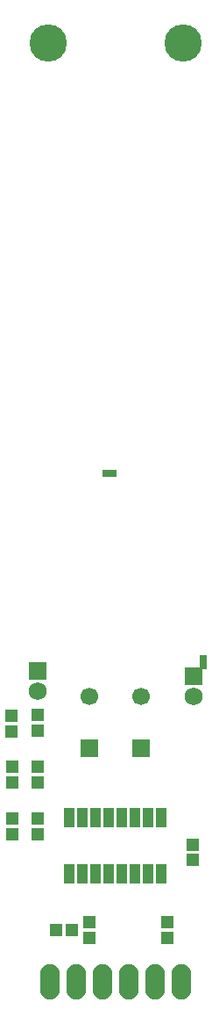
<source format=gts>
G04 #@! TF.GenerationSoftware,KiCad,Pcbnew,(2017-06-12 revision 19d5cc754)-master*
G04 #@! TF.CreationDate,2018-05-15T00:46:58+02:00*
G04 #@! TF.ProjectId,RFID_BOARD_EM4095,524649445F424F4152445F454D343039,rev?*
G04 #@! TF.FileFunction,Soldermask,Top*
G04 #@! TF.FilePolarity,Negative*
%FSLAX46Y46*%
G04 Gerber Fmt 4.6, Leading zero omitted, Abs format (unit mm)*
G04 Created by KiCad (PCBNEW (2017-06-12 revision 19d5cc754)-master) date 2018 May 15, Tuesday 00:46:58*
%MOMM*%
%LPD*%
G01*
G04 APERTURE LIST*
%ADD10C,0.100000*%
%ADD11R,1.150000X1.200000*%
%ADD12C,3.600000*%
%ADD13R,0.700000X1.400000*%
%ADD14R,1.400000X0.700000*%
%ADD15C,1.700000*%
%ADD16R,1.700000X1.700000*%
%ADD17O,1.906220X3.414980*%
%ADD18R,1.750000X1.750000*%
%ADD19C,1.750000*%
%ADD20R,1.200000X1.150000*%
%ADD21R,1.000000X1.900000*%
G04 APERTURE END LIST*
D10*
D11*
X147400000Y-97350000D03*
X147400000Y-95850000D03*
D12*
X164000000Y-31000000D03*
X151000000Y-31000000D03*
D13*
X166000000Y-90700000D03*
D14*
X156900000Y-72500000D03*
D11*
X147500000Y-105750000D03*
X147500000Y-107250000D03*
X165000000Y-108250000D03*
X165000000Y-109750000D03*
X162500000Y-115750000D03*
X162500000Y-117250000D03*
X155000000Y-117250000D03*
X155000000Y-115750000D03*
D15*
X155000000Y-94000000D03*
D16*
X155000000Y-99000000D03*
D17*
X151150000Y-121500000D03*
X153690000Y-121500000D03*
X156230000Y-121500000D03*
X158770000Y-121500000D03*
X161310000Y-121500000D03*
X163850000Y-121500000D03*
D11*
X150000000Y-95750000D03*
X150000000Y-97250000D03*
D16*
X160000000Y-99000000D03*
D15*
X160000000Y-94000000D03*
D18*
X150000000Y-91500000D03*
D19*
X150000000Y-93500000D03*
X165050000Y-94000000D03*
D18*
X165050000Y-92000000D03*
D20*
X153250000Y-116500000D03*
X151750000Y-116500000D03*
D11*
X150000000Y-105750000D03*
X150000000Y-107250000D03*
X150000000Y-102250000D03*
X150000000Y-100750000D03*
X147500000Y-102250000D03*
X147500000Y-100750000D03*
D21*
X161945000Y-105700000D03*
X160675000Y-105700000D03*
X159405000Y-105700000D03*
X158135000Y-105700000D03*
X156865000Y-105700000D03*
X155595000Y-105700000D03*
X154325000Y-105700000D03*
X153055000Y-105700000D03*
X153055000Y-111100000D03*
X154325000Y-111100000D03*
X155595000Y-111100000D03*
X156865000Y-111100000D03*
X158135000Y-111100000D03*
X159405000Y-111100000D03*
X160675000Y-111100000D03*
X161945000Y-111100000D03*
M02*

</source>
